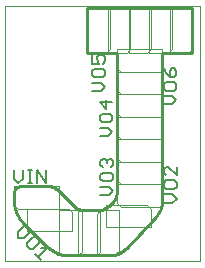
<source format=gto>
G75*
%MOIN*%
%OFA0B0*%
%FSLAX24Y24*%
%IPPOS*%
%LPD*%
%AMOC8*
5,1,8,0,0,1.08239X$1,22.5*
%
%ADD10C,0.0000*%
%ADD11C,0.0100*%
%ADD12C,0.0040*%
%ADD13C,0.0080*%
D10*
X002267Y002517D02*
X002267Y011017D01*
X008767Y011017D01*
X008767Y002517D01*
X002267Y002517D01*
D11*
X002869Y003790D02*
X003634Y003024D01*
X004407Y002704D02*
X005723Y002704D01*
X006325Y002961D02*
X007238Y003914D01*
X007517Y004607D02*
X007517Y009454D01*
X008517Y009454D01*
X008517Y010954D01*
X005017Y010954D01*
X005017Y009454D01*
X006017Y009454D01*
X006017Y004906D01*
X005830Y004455D02*
X005760Y004385D01*
X005323Y004204D02*
X004950Y004204D01*
X004531Y004378D02*
X004002Y004907D01*
X003736Y005017D02*
X002805Y005017D01*
X002805Y005016D02*
X002778Y005014D01*
X002751Y005009D01*
X002725Y005001D01*
X002700Y004990D01*
X002677Y004976D01*
X002656Y004959D01*
X002637Y004940D01*
X002620Y004919D01*
X002606Y004896D01*
X002595Y004871D01*
X002587Y004845D01*
X002582Y004818D01*
X002580Y004791D01*
X002579Y004791D02*
X002579Y004488D01*
X002581Y004428D01*
X002586Y004369D01*
X002595Y004310D01*
X002608Y004252D01*
X002624Y004194D01*
X002643Y004138D01*
X002666Y004083D01*
X002692Y004029D01*
X002721Y003977D01*
X002754Y003927D01*
X002789Y003879D01*
X002827Y003833D01*
X002868Y003789D01*
X003736Y005017D02*
X003773Y005015D01*
X003809Y005010D01*
X003845Y005001D01*
X003880Y004988D01*
X003913Y004973D01*
X003944Y004954D01*
X003974Y004932D01*
X004001Y004907D01*
X004531Y004378D02*
X004565Y004346D01*
X004601Y004317D01*
X004640Y004291D01*
X004681Y004269D01*
X004723Y004249D01*
X004767Y004233D01*
X004812Y004220D01*
X004857Y004211D01*
X004903Y004206D01*
X004950Y004204D01*
X004407Y002704D02*
X004346Y002706D01*
X004285Y002711D01*
X004224Y002719D01*
X004164Y002731D01*
X004104Y002747D01*
X004046Y002765D01*
X003989Y002787D01*
X003933Y002812D01*
X003878Y002840D01*
X003825Y002872D01*
X003775Y002906D01*
X003726Y002942D01*
X003679Y002982D01*
X003634Y003024D01*
X005323Y004204D02*
X005372Y004206D01*
X005420Y004212D01*
X005468Y004221D01*
X005514Y004234D01*
X005560Y004251D01*
X005604Y004271D01*
X005646Y004295D01*
X005687Y004322D01*
X005725Y004352D01*
X005761Y004385D01*
X005829Y004456D02*
X005863Y004492D01*
X005894Y004532D01*
X005922Y004573D01*
X005947Y004617D01*
X005968Y004662D01*
X005985Y004709D01*
X005998Y004757D01*
X006008Y004806D01*
X006014Y004856D01*
X006016Y004906D01*
X007517Y004607D02*
X007515Y004548D01*
X007510Y004489D01*
X007501Y004431D01*
X007489Y004374D01*
X007474Y004317D01*
X007455Y004261D01*
X007433Y004206D01*
X007408Y004153D01*
X007380Y004101D01*
X007349Y004051D01*
X007315Y004003D01*
X007278Y003957D01*
X007238Y003914D01*
X006325Y002961D02*
X006285Y002922D01*
X006242Y002885D01*
X006197Y002852D01*
X006150Y002822D01*
X006101Y002795D01*
X006050Y002771D01*
X005998Y002751D01*
X005945Y002734D01*
X005890Y002721D01*
X005835Y002712D01*
X005779Y002706D01*
X005723Y002704D01*
D12*
X005454Y002829D02*
X005329Y002704D01*
X004704Y002704D01*
X004704Y004204D01*
X005454Y004204D01*
X005454Y002829D01*
X005329Y002704D02*
X005329Y004079D01*
X005454Y004204D01*
X006079Y004204D01*
X006079Y002704D01*
X005329Y002704D01*
X004829Y002829D02*
X004704Y002704D01*
X004079Y002704D01*
X004079Y004204D01*
X004829Y004204D01*
X004829Y002829D01*
X004517Y003517D02*
X003017Y003517D01*
X003017Y004267D01*
X004392Y004267D01*
X004517Y004142D01*
X004517Y003517D01*
X004079Y004267D02*
X002704Y004267D01*
X002579Y004392D01*
X002579Y005017D01*
X004079Y005017D01*
X004079Y004267D01*
X005642Y004392D02*
X005642Y003642D01*
X007142Y003642D01*
X007142Y004267D01*
X007017Y004392D01*
X005642Y004392D01*
X006017Y004454D02*
X006142Y004329D01*
X007517Y004329D01*
X007517Y005079D01*
X006017Y005079D01*
X006017Y004454D01*
X006142Y005079D02*
X006017Y005204D01*
X006017Y005829D01*
X007517Y005829D01*
X007517Y005079D01*
X006142Y005079D01*
X006142Y005829D02*
X006017Y005954D01*
X006017Y006579D01*
X007517Y006579D01*
X006142Y006579D01*
X006017Y006704D01*
X006017Y007329D01*
X007517Y007329D01*
X007517Y006579D01*
X007517Y005829D01*
X006142Y005829D01*
X006142Y007329D02*
X006017Y007454D01*
X006017Y008079D01*
X007517Y008079D01*
X007517Y007329D01*
X006142Y007329D01*
X006142Y008079D02*
X006017Y008204D01*
X006017Y008829D01*
X007517Y008829D01*
X006142Y008829D01*
X006017Y008954D01*
X006017Y009579D01*
X007517Y009579D01*
X007517Y008829D01*
X007517Y008079D01*
X006142Y008079D01*
X006329Y009454D02*
X005704Y009454D01*
X005704Y010954D01*
X006454Y010954D01*
X006454Y009579D01*
X006329Y009454D01*
X006392Y009454D02*
X006392Y010954D01*
X007142Y010954D01*
X007142Y009579D01*
X007017Y009454D01*
X006392Y009454D01*
X005767Y009579D02*
X005642Y009454D01*
X005017Y009454D01*
X005017Y010954D01*
X005767Y010954D01*
X005767Y009579D01*
X007079Y009454D02*
X007079Y010954D01*
X007829Y010954D01*
X007829Y009579D01*
X007704Y009454D01*
X007079Y009454D01*
X007767Y009454D02*
X007767Y010954D01*
X008517Y010954D01*
X008517Y009579D01*
X008392Y009454D01*
X007767Y009454D01*
D13*
X007837Y008939D02*
X007766Y008869D01*
X007766Y008659D01*
X007907Y008659D01*
X007977Y008729D01*
X007977Y008869D01*
X007907Y008939D01*
X007837Y008939D01*
X007626Y008799D02*
X007766Y008659D01*
X007626Y008479D02*
X007556Y008409D01*
X007556Y008268D01*
X007626Y008198D01*
X007907Y008198D01*
X007977Y008268D01*
X007977Y008409D01*
X007907Y008479D01*
X007626Y008479D01*
X007626Y008799D02*
X007556Y008939D01*
X007556Y008018D02*
X007837Y008018D01*
X007977Y007878D01*
X007837Y007738D01*
X007556Y007738D01*
X005852Y007813D02*
X005431Y007813D01*
X005641Y007602D01*
X005641Y007883D01*
X005462Y008182D02*
X005602Y008322D01*
X005462Y008462D01*
X005181Y008462D01*
X005251Y008642D02*
X005532Y008642D01*
X005602Y008712D01*
X005602Y008852D01*
X005532Y008922D01*
X005251Y008922D01*
X005181Y008852D01*
X005181Y008712D01*
X005251Y008642D01*
X005181Y008182D02*
X005462Y008182D01*
X005501Y007422D02*
X005431Y007352D01*
X005431Y007212D01*
X005501Y007142D01*
X005782Y007142D01*
X005852Y007212D01*
X005852Y007352D01*
X005782Y007422D01*
X005501Y007422D01*
X005431Y006962D02*
X005712Y006962D01*
X005852Y006822D01*
X005712Y006682D01*
X005431Y006682D01*
X005524Y005922D02*
X005594Y005922D01*
X005664Y005852D01*
X005734Y005922D01*
X005804Y005922D01*
X005875Y005852D01*
X005875Y005712D01*
X005804Y005642D01*
X005804Y005462D02*
X005524Y005462D01*
X005454Y005392D01*
X005454Y005252D01*
X005524Y005182D01*
X005804Y005182D01*
X005875Y005252D01*
X005875Y005392D01*
X005804Y005462D01*
X005524Y005642D02*
X005454Y005712D01*
X005454Y005852D01*
X005524Y005922D01*
X005664Y005852D02*
X005664Y005782D01*
X005734Y005002D02*
X005454Y005002D01*
X005734Y005002D02*
X005875Y004861D01*
X005734Y004721D01*
X005454Y004721D01*
X003627Y005119D02*
X003627Y005540D01*
X003346Y005540D02*
X003346Y005119D01*
X003179Y005119D02*
X003039Y005119D01*
X003109Y005119D02*
X003109Y005540D01*
X003039Y005540D02*
X003179Y005540D01*
X003346Y005540D02*
X003627Y005119D01*
X002859Y005259D02*
X002859Y005540D01*
X002859Y005259D02*
X002719Y005119D01*
X002579Y005259D01*
X002579Y005540D01*
X002915Y003687D02*
X002717Y003489D01*
X002717Y003291D01*
X002915Y003291D01*
X003113Y003489D01*
X003191Y003312D02*
X002993Y003114D01*
X002993Y003015D01*
X003092Y002916D01*
X003191Y002916D01*
X003389Y003114D01*
X003389Y003213D01*
X003290Y003312D01*
X003191Y003312D01*
X003467Y002937D02*
X003665Y002937D01*
X003368Y002640D01*
X003269Y002739D02*
X003467Y002540D01*
X007569Y004463D02*
X007849Y004463D01*
X007989Y004603D01*
X007849Y004743D01*
X007569Y004743D01*
X007639Y004923D02*
X007569Y004993D01*
X007569Y005134D01*
X007639Y005204D01*
X007919Y005204D01*
X007989Y005134D01*
X007989Y004993D01*
X007919Y004923D01*
X007639Y004923D01*
X007639Y005384D02*
X007569Y005454D01*
X007569Y005594D01*
X007639Y005664D01*
X007709Y005664D01*
X007989Y005384D01*
X007989Y005664D01*
X005532Y009102D02*
X005602Y009173D01*
X005602Y009313D01*
X005532Y009383D01*
X005391Y009383D01*
X005321Y009313D01*
X005321Y009243D01*
X005391Y009102D01*
X005181Y009102D01*
X005181Y009383D01*
M02*

</source>
